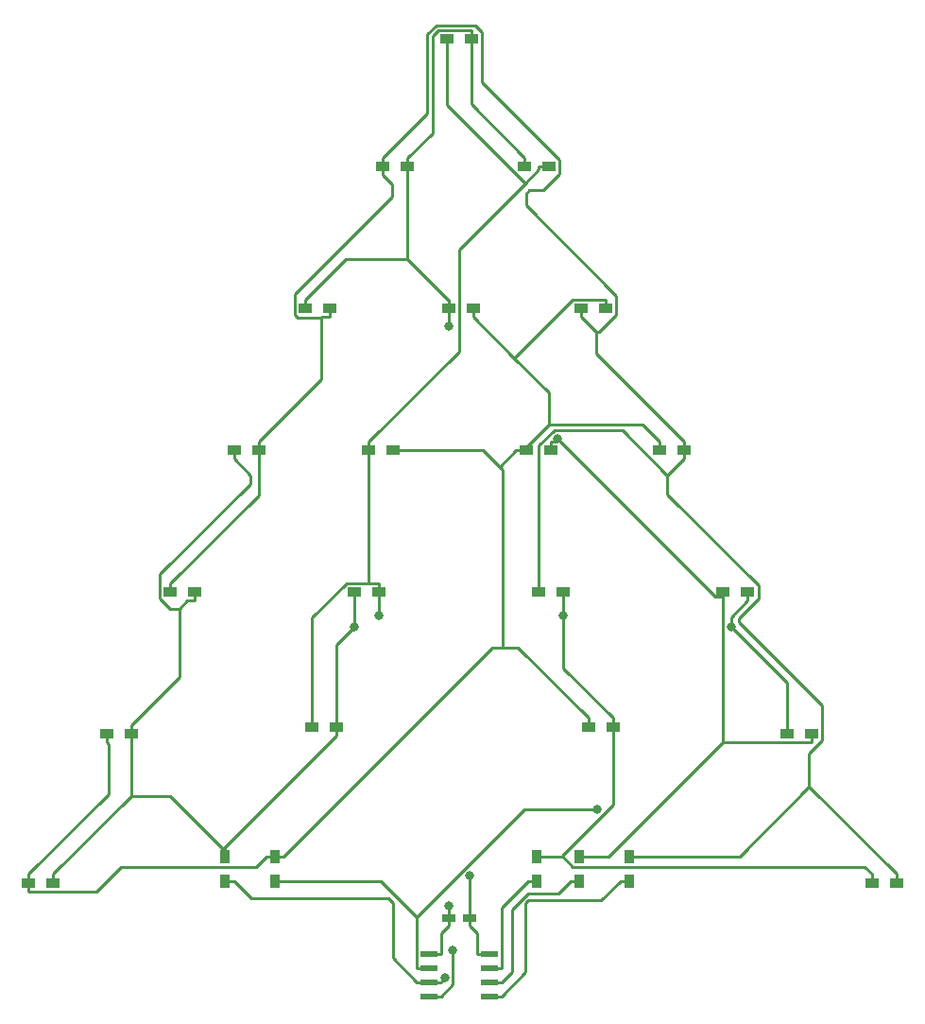
<source format=gbr>
G04 #@! TF.GenerationSoftware,KiCad,Pcbnew,5.0.1-33cea8e~68~ubuntu18.04.1*
G04 #@! TF.CreationDate,2018-11-21T15:29:58-05:00*
G04 #@! TF.ProjectId,Christmas_2018,4368726973746D61735F323031382E6B,A1*
G04 #@! TF.SameCoordinates,Original*
G04 #@! TF.FileFunction,Copper,L1,Top,Signal*
G04 #@! TF.FilePolarity,Positive*
%FSLAX46Y46*%
G04 Gerber Fmt 4.6, Leading zero omitted, Abs format (unit mm)*
G04 Created by KiCad (PCBNEW 5.0.1-33cea8e~68~ubuntu18.04.1) date Wed 21 Nov 2018 03:29:58 PM EST*
%MOMM*%
%LPD*%
G01*
G04 APERTURE LIST*
G04 #@! TA.AperFunction,SMDPad,CuDef*
%ADD10R,1.200000X0.750000*%
G04 #@! TD*
G04 #@! TA.AperFunction,SMDPad,CuDef*
%ADD11R,1.200000X0.900000*%
G04 #@! TD*
G04 #@! TA.AperFunction,SMDPad,CuDef*
%ADD12R,0.900000X1.200000*%
G04 #@! TD*
G04 #@! TA.AperFunction,SMDPad,CuDef*
%ADD13R,1.550000X0.600000*%
G04 #@! TD*
G04 #@! TA.AperFunction,ViaPad*
%ADD14C,0.800000*%
G04 #@! TD*
G04 #@! TA.AperFunction,Conductor*
%ADD15C,0.250000*%
G04 #@! TD*
G04 APERTURE END LIST*
D10*
G04 #@! TO.P,C1,2*
G04 #@! TO.N,GND*
X134300000Y-121920000D03*
G04 #@! TO.P,C1,1*
G04 #@! TO.N,VCC*
X132400000Y-121920000D03*
G04 #@! TD*
D11*
G04 #@! TO.P,D1,1*
G04 #@! TO.N,Net-(D1-Pad1)*
X96985000Y-118745000D03*
G04 #@! TO.P,D1,2*
G04 #@! TO.N,Net-(D1-Pad2)*
X94785000Y-118745000D03*
G04 #@! TD*
G04 #@! TO.P,D2,2*
G04 #@! TO.N,Net-(D1-Pad1)*
X103970000Y-105410000D03*
G04 #@! TO.P,D2,1*
G04 #@! TO.N,Net-(D1-Pad2)*
X101770000Y-105410000D03*
G04 #@! TD*
G04 #@! TO.P,D3,2*
G04 #@! TO.N,Net-(D1-Pad1)*
X109685000Y-92710000D03*
G04 #@! TO.P,D3,1*
G04 #@! TO.N,Net-(D10-Pad2)*
X107485000Y-92710000D03*
G04 #@! TD*
G04 #@! TO.P,D4,1*
G04 #@! TO.N,Net-(D1-Pad1)*
X113200000Y-80010000D03*
G04 #@! TO.P,D4,2*
G04 #@! TO.N,Net-(D10-Pad2)*
X115400000Y-80010000D03*
G04 #@! TD*
G04 #@! TO.P,D5,2*
G04 #@! TO.N,Net-(D10-Pad2)*
X121750000Y-67310000D03*
G04 #@! TO.P,D5,1*
G04 #@! TO.N,Net-(D11-Pad1)*
X119550000Y-67310000D03*
G04 #@! TD*
G04 #@! TO.P,D6,1*
G04 #@! TO.N,Net-(D10-Pad2)*
X126535000Y-54610000D03*
G04 #@! TO.P,D6,2*
G04 #@! TO.N,Net-(D11-Pad1)*
X128735000Y-54610000D03*
G04 #@! TD*
G04 #@! TO.P,D7,1*
G04 #@! TO.N,Net-(D13-Pad1)*
X132250000Y-43180000D03*
G04 #@! TO.P,D7,2*
G04 #@! TO.N,Net-(D11-Pad1)*
X134450000Y-43180000D03*
G04 #@! TD*
G04 #@! TO.P,D8,2*
G04 #@! TO.N,Net-(D13-Pad1)*
X141435000Y-54610000D03*
G04 #@! TO.P,D8,1*
G04 #@! TO.N,Net-(D11-Pad1)*
X139235000Y-54610000D03*
G04 #@! TD*
G04 #@! TO.P,D9,2*
G04 #@! TO.N,Net-(D1-Pad2)*
X146515000Y-67310000D03*
G04 #@! TO.P,D9,1*
G04 #@! TO.N,Net-(D10-Pad2)*
X144315000Y-67310000D03*
G04 #@! TD*
G04 #@! TO.P,D10,1*
G04 #@! TO.N,Net-(D1-Pad2)*
X151300000Y-80010000D03*
G04 #@! TO.P,D10,2*
G04 #@! TO.N,Net-(D10-Pad2)*
X153500000Y-80010000D03*
G04 #@! TD*
G04 #@! TO.P,D11,2*
G04 #@! TO.N,Net-(D1-Pad1)*
X159215000Y-92710000D03*
G04 #@! TO.P,D11,1*
G04 #@! TO.N,Net-(D11-Pad1)*
X157015000Y-92710000D03*
G04 #@! TD*
G04 #@! TO.P,D12,1*
G04 #@! TO.N,Net-(D1-Pad1)*
X162730000Y-105410000D03*
G04 #@! TO.P,D12,2*
G04 #@! TO.N,Net-(D11-Pad1)*
X164930000Y-105410000D03*
G04 #@! TD*
G04 #@! TO.P,D13,2*
G04 #@! TO.N,Net-(D10-Pad2)*
X172550000Y-118745000D03*
G04 #@! TO.P,D13,1*
G04 #@! TO.N,Net-(D13-Pad1)*
X170350000Y-118745000D03*
G04 #@! TD*
G04 #@! TO.P,D14,1*
G04 #@! TO.N,Net-(D10-Pad2)*
X140505000Y-92710000D03*
G04 #@! TO.P,D14,2*
G04 #@! TO.N,Net-(D13-Pad1)*
X142705000Y-92710000D03*
G04 #@! TD*
G04 #@! TO.P,D15,2*
G04 #@! TO.N,Net-(D1-Pad2)*
X134620000Y-67310000D03*
G04 #@! TO.P,D15,1*
G04 #@! TO.N,Net-(D11-Pad1)*
X132420000Y-67310000D03*
G04 #@! TD*
G04 #@! TO.P,D16,1*
G04 #@! TO.N,Net-(D1-Pad2)*
X139405000Y-80010000D03*
G04 #@! TO.P,D16,2*
G04 #@! TO.N,Net-(D11-Pad1)*
X141605000Y-80010000D03*
G04 #@! TD*
G04 #@! TO.P,D17,2*
G04 #@! TO.N,Net-(D1-Pad1)*
X122385000Y-104775000D03*
G04 #@! TO.P,D17,1*
G04 #@! TO.N,Net-(D13-Pad1)*
X120185000Y-104775000D03*
G04 #@! TD*
G04 #@! TO.P,D18,1*
G04 #@! TO.N,Net-(D1-Pad1)*
X123995000Y-92710000D03*
G04 #@! TO.P,D18,2*
G04 #@! TO.N,Net-(D13-Pad1)*
X126195000Y-92710000D03*
G04 #@! TD*
G04 #@! TO.P,D19,2*
G04 #@! TO.N,Net-(D1-Pad2)*
X127465000Y-80010000D03*
G04 #@! TO.P,D19,1*
G04 #@! TO.N,Net-(D13-Pad1)*
X125265000Y-80010000D03*
G04 #@! TD*
G04 #@! TO.P,D20,1*
G04 #@! TO.N,Net-(D1-Pad2)*
X144950000Y-104775000D03*
G04 #@! TO.P,D20,2*
G04 #@! TO.N,Net-(D13-Pad1)*
X147150000Y-104775000D03*
G04 #@! TD*
D12*
G04 #@! TO.P,R1,2*
G04 #@! TO.N,/PA0*
X116840000Y-118575000D03*
G04 #@! TO.P,R1,1*
G04 #@! TO.N,Net-(D1-Pad2)*
X116840000Y-116375000D03*
G04 #@! TD*
G04 #@! TO.P,R2,1*
G04 #@! TO.N,Net-(D1-Pad1)*
X112395000Y-116375000D03*
G04 #@! TO.P,R2,2*
G04 #@! TO.N,/PA1*
X112395000Y-118575000D03*
G04 #@! TD*
G04 #@! TO.P,R3,2*
G04 #@! TO.N,/PB1*
X148590000Y-118575000D03*
G04 #@! TO.P,R3,1*
G04 #@! TO.N,Net-(D10-Pad2)*
X148590000Y-116375000D03*
G04 #@! TD*
G04 #@! TO.P,R4,1*
G04 #@! TO.N,Net-(D11-Pad1)*
X144145000Y-116375000D03*
G04 #@! TO.P,R4,2*
G04 #@! TO.N,/PB2*
X144145000Y-118575000D03*
G04 #@! TD*
G04 #@! TO.P,R5,2*
G04 #@! TO.N,/PB3*
X140335000Y-118575000D03*
G04 #@! TO.P,R5,1*
G04 #@! TO.N,Net-(D13-Pad1)*
X140335000Y-116375000D03*
G04 #@! TD*
D13*
G04 #@! TO.P,U1,8*
G04 #@! TO.N,GND*
X136050000Y-125095000D03*
G04 #@! TO.P,U1,7*
G04 #@! TO.N,/PB3*
X136050000Y-126365000D03*
G04 #@! TO.P,U1,6*
G04 #@! TO.N,/PB2*
X136050000Y-127635000D03*
G04 #@! TO.P,U1,5*
G04 #@! TO.N,/PB1*
X136050000Y-128905000D03*
G04 #@! TO.P,U1,4*
G04 #@! TO.N,/RST*
X130650000Y-128905000D03*
G04 #@! TO.P,U1,3*
G04 #@! TO.N,/PA1*
X130650000Y-127635000D03*
G04 #@! TO.P,U1,2*
G04 #@! TO.N,/PA0*
X130650000Y-126365000D03*
G04 #@! TO.P,U1,1*
G04 #@! TO.N,VCC*
X130650000Y-125095000D03*
G04 #@! TD*
D14*
G04 #@! TO.N,VCC*
X132400000Y-120819700D03*
G04 #@! TO.N,GND*
X134300000Y-118119100D03*
G04 #@! TO.N,Net-(D1-Pad1)*
X157708800Y-95843300D03*
X123995000Y-95843300D03*
G04 #@! TO.N,Net-(D11-Pad1)*
X142173300Y-78947600D03*
X132420000Y-68937200D03*
G04 #@! TO.N,Net-(D13-Pad1)*
X126195000Y-94803800D03*
X142705000Y-94803800D03*
G04 #@! TO.N,/RST*
X132794100Y-124776400D03*
G04 #@! TO.N,/PA1*
X132064300Y-127257000D03*
G04 #@! TO.N,/PA0*
X145715500Y-112176000D03*
G04 #@! TD*
D15*
G04 #@! TO.N,VCC*
X132400000Y-122620300D02*
X131750300Y-123270000D01*
X131750300Y-123270000D02*
X131750300Y-125095000D01*
X132400000Y-121920000D02*
X132400000Y-122620300D01*
X130650000Y-125095000D02*
X131750300Y-125095000D01*
X132400000Y-121920000D02*
X132400000Y-120819700D01*
G04 #@! TO.N,GND*
X134300000Y-121920000D02*
X134300000Y-122620300D01*
X136050000Y-125095000D02*
X134949700Y-125095000D01*
X134949700Y-125095000D02*
X134949700Y-123270000D01*
X134949700Y-123270000D02*
X134300000Y-122620300D01*
X134300000Y-121920000D02*
X134300000Y-118119100D01*
G04 #@! TO.N,Net-(D1-Pad1)*
X103970000Y-110984700D02*
X96985000Y-117969700D01*
X103970000Y-106185300D02*
X103970000Y-110984700D01*
X112395000Y-115912300D02*
X107467400Y-110984700D01*
X107467400Y-110984700D02*
X103970000Y-110984700D01*
X96985000Y-118745000D02*
X96985000Y-117969700D01*
X103970000Y-105410000D02*
X103970000Y-106185300D01*
X112395000Y-115912300D02*
X112395000Y-115449700D01*
X112395000Y-116375000D02*
X112395000Y-115912300D01*
X122385000Y-104775000D02*
X122385000Y-97453300D01*
X122385000Y-97453300D02*
X123995000Y-95843300D01*
X123995000Y-93372700D02*
X123995000Y-95843300D01*
X157708800Y-95843300D02*
X162730000Y-100864500D01*
X162730000Y-100864500D02*
X162730000Y-104634700D01*
X157708800Y-95843300D02*
X157708800Y-94991500D01*
X157708800Y-94991500D02*
X159215000Y-93485300D01*
X123995000Y-92710000D02*
X123995000Y-93372700D01*
X162730000Y-105410000D02*
X162730000Y-104634700D01*
X159215000Y-92710000D02*
X159215000Y-93485300D01*
X112395000Y-115449700D02*
X112485600Y-115449700D01*
X112485600Y-115449700D02*
X122385000Y-105550300D01*
X122385000Y-104775000D02*
X122385000Y-105550300D01*
X109685000Y-92710000D02*
X109685000Y-93485300D01*
X108289400Y-94200000D02*
X107452100Y-94200000D01*
X107452100Y-94200000D02*
X106559600Y-93307500D01*
X106559600Y-93307500D02*
X106559600Y-91115300D01*
X106559600Y-91115300D02*
X114662700Y-83012200D01*
X114662700Y-83012200D02*
X114662700Y-82248000D01*
X114662700Y-82248000D02*
X113200000Y-80785300D01*
X109685000Y-93485300D02*
X109004100Y-93485300D01*
X109004100Y-93485300D02*
X108289400Y-94200000D01*
X103970000Y-104634700D02*
X108289400Y-100315300D01*
X108289400Y-100315300D02*
X108289400Y-94200000D01*
X113200000Y-80010000D02*
X113200000Y-80785300D01*
X103970000Y-105410000D02*
X103970000Y-104634700D01*
G04 #@! TO.N,Net-(D1-Pad2)*
X94785000Y-118745000D02*
X94785000Y-119520300D01*
X116840000Y-116375000D02*
X116064700Y-116375000D01*
X116064700Y-116375000D02*
X115139300Y-117300400D01*
X115139300Y-117300400D02*
X103068100Y-117300400D01*
X103068100Y-117300400D02*
X100848200Y-119520300D01*
X100848200Y-119520300D02*
X94785000Y-119520300D01*
X117227700Y-116375000D02*
X116840000Y-116375000D01*
X101770000Y-106185300D02*
X101951500Y-106366800D01*
X101951500Y-106366800D02*
X101951500Y-110803200D01*
X101951500Y-110803200D02*
X94785000Y-117969700D01*
X117227700Y-116375000D02*
X117615300Y-116375000D01*
X138290000Y-71755300D02*
X134620000Y-68085300D01*
X141403600Y-77743100D02*
X141403600Y-74868900D01*
X141403600Y-74868900D02*
X138290000Y-71755300D01*
X138290000Y-71755300D02*
X143510600Y-66534700D01*
X143510600Y-66534700D02*
X146515000Y-66534700D01*
X146515000Y-67310000D02*
X146515000Y-66534700D01*
X141403600Y-77743100D02*
X139136700Y-80010000D01*
X151300000Y-79234700D02*
X149808400Y-77743100D01*
X149808400Y-77743100D02*
X141403600Y-77743100D01*
X134620000Y-67310000D02*
X134620000Y-68085300D01*
X139136700Y-80010000D02*
X138479700Y-80010000D01*
X139405000Y-80010000D02*
X139136700Y-80010000D01*
X151300000Y-80010000D02*
X151300000Y-79234700D01*
X136978100Y-81511600D02*
X137267100Y-81800600D01*
X137267100Y-81800600D02*
X137267100Y-97676000D01*
X127465000Y-80010000D02*
X135476500Y-80010000D01*
X135476500Y-80010000D02*
X136978100Y-81511600D01*
X138479700Y-80010000D02*
X136978100Y-81511600D01*
X137267100Y-97676000D02*
X138626300Y-97676000D01*
X138626300Y-97676000D02*
X144950000Y-103999700D01*
X117615300Y-116375000D02*
X136314300Y-97676000D01*
X136314300Y-97676000D02*
X137267100Y-97676000D01*
X144950000Y-104775000D02*
X144950000Y-103999700D01*
X101770000Y-105410000D02*
X101770000Y-106185300D01*
X94785000Y-118745000D02*
X94785000Y-117969700D01*
G04 #@! TO.N,Net-(D10-Pad2)*
X148590000Y-116375000D02*
X158483700Y-116375000D01*
X158483700Y-116375000D02*
X164719500Y-110139200D01*
X153500000Y-80010000D02*
X153500000Y-80785300D01*
X152014700Y-82241400D02*
X153470800Y-80785300D01*
X153470800Y-80785300D02*
X153500000Y-80785300D01*
X152014700Y-82241400D02*
X147966700Y-78193400D01*
X147966700Y-78193400D02*
X141875200Y-78193400D01*
X141875200Y-78193400D02*
X140505000Y-79563600D01*
X140505000Y-79563600D02*
X140505000Y-92710000D01*
X164719500Y-110139200D02*
X164719500Y-107149500D01*
X164719500Y-107149500D02*
X165855400Y-106013600D01*
X165855400Y-106013600D02*
X165855400Y-102829700D01*
X165855400Y-102829700D02*
X158402600Y-95376900D01*
X158402600Y-95376900D02*
X158402600Y-95040100D01*
X158402600Y-95040100D02*
X160166000Y-93276700D01*
X160166000Y-93276700D02*
X160166000Y-92136000D01*
X160166000Y-92136000D02*
X152014700Y-83984700D01*
X152014700Y-83984700D02*
X152014700Y-82241400D01*
X172550000Y-117969700D02*
X164719500Y-110139200D01*
X145668100Y-69438400D02*
X144315000Y-68085300D01*
X153500000Y-79234700D02*
X145668100Y-71402800D01*
X145668100Y-71402800D02*
X145668100Y-69438400D01*
X145668100Y-69438400D02*
X145911600Y-69438400D01*
X145911600Y-69438400D02*
X147440400Y-67909600D01*
X147440400Y-67909600D02*
X147440400Y-66187000D01*
X147440400Y-66187000D02*
X139328300Y-58074900D01*
X139328300Y-58074900D02*
X139328300Y-57018600D01*
X139328300Y-57018600D02*
X139651800Y-56695100D01*
X139651800Y-56695100D02*
X140934700Y-56695100D01*
X140934700Y-56695100D02*
X142360400Y-55269400D01*
X142360400Y-55269400D02*
X142360400Y-54009400D01*
X142360400Y-54009400D02*
X135375400Y-47024400D01*
X135375400Y-47024400D02*
X135375400Y-42533300D01*
X135375400Y-42533300D02*
X134789800Y-41947700D01*
X134789800Y-41947700D02*
X131289100Y-41947700D01*
X131289100Y-41947700D02*
X130510300Y-42726500D01*
X130510300Y-42726500D02*
X130510300Y-49859400D01*
X130510300Y-49859400D02*
X126535000Y-53834700D01*
X126535000Y-54610000D02*
X126535000Y-53834700D01*
X144315000Y-67310000D02*
X144315000Y-68085300D01*
X121028500Y-68134600D02*
X121028500Y-73606200D01*
X121028500Y-73606200D02*
X115400000Y-79234700D01*
X153500000Y-80010000D02*
X153500000Y-79234700D01*
X121750000Y-67310000D02*
X121750000Y-68085300D01*
X172550000Y-118745000D02*
X172550000Y-117969700D01*
X121028500Y-68134600D02*
X118864200Y-68134600D01*
X118864200Y-68134600D02*
X118624600Y-67895000D01*
X118624600Y-67895000D02*
X118624600Y-65999600D01*
X118624600Y-65999600D02*
X127356500Y-57267700D01*
X127356500Y-57267700D02*
X127356500Y-56206800D01*
X127356500Y-56206800D02*
X126535000Y-55385300D01*
X121750000Y-68085300D02*
X121077800Y-68085300D01*
X121077800Y-68085300D02*
X121028500Y-68134600D01*
X126535000Y-54610000D02*
X126535000Y-55385300D01*
X115400000Y-80010000D02*
X115400000Y-79234700D01*
X107485000Y-92710000D02*
X107485000Y-91934700D01*
X107485000Y-91934700D02*
X115400000Y-84019700D01*
X115400000Y-84019700D02*
X115400000Y-80010000D01*
G04 #@! TO.N,Net-(D11-Pad1)*
X157015000Y-93097600D02*
X156323300Y-93097600D01*
X156323300Y-93097600D02*
X142173300Y-78947600D01*
X157015000Y-93097600D02*
X157015000Y-93485300D01*
X157015000Y-92710000D02*
X157015000Y-93097600D01*
X132420000Y-67310000D02*
X132420000Y-68937200D01*
X156983500Y-106153800D02*
X157015000Y-106185300D01*
X157015000Y-106185300D02*
X164930000Y-106185300D01*
X157015000Y-93485300D02*
X156983500Y-93516800D01*
X156983500Y-93516800D02*
X156983500Y-106153800D01*
X144920300Y-116375000D02*
X146762300Y-116375000D01*
X146762300Y-116375000D02*
X156983500Y-106153800D01*
X128735000Y-53834700D02*
X130960700Y-51609000D01*
X130960700Y-51609000D02*
X130960700Y-42945400D01*
X130960700Y-42945400D02*
X131501400Y-42404700D01*
X131501400Y-42404700D02*
X134450000Y-42404700D01*
X141605000Y-80010000D02*
X141605000Y-79234700D01*
X142173300Y-78947600D02*
X141886200Y-79234700D01*
X141886200Y-79234700D02*
X141605000Y-79234700D01*
X164930000Y-105410000D02*
X164930000Y-106185300D01*
X144145000Y-116375000D02*
X144920300Y-116375000D01*
X132420000Y-67310000D02*
X132420000Y-66534700D01*
X128735000Y-62915100D02*
X123169600Y-62915100D01*
X123169600Y-62915100D02*
X119550000Y-66534700D01*
X132420000Y-66534700D02*
X132354600Y-66534700D01*
X132354600Y-66534700D02*
X128735000Y-62915100D01*
X128735000Y-62915100D02*
X128735000Y-55385300D01*
X119550000Y-67310000D02*
X119550000Y-66534700D01*
X128735000Y-54610000D02*
X128735000Y-55385300D01*
X134450000Y-43180000D02*
X134450000Y-49049700D01*
X134450000Y-49049700D02*
X139235000Y-53834700D01*
X134450000Y-43180000D02*
X134450000Y-42404700D01*
X128735000Y-54610000D02*
X128735000Y-53834700D01*
X139235000Y-54610000D02*
X139235000Y-53834700D01*
G04 #@! TO.N,Net-(D13-Pad1)*
X126195000Y-92710000D02*
X126195000Y-91934700D01*
X125265000Y-91905500D02*
X123246000Y-91905500D01*
X123246000Y-91905500D02*
X120185000Y-94966500D01*
X120185000Y-94966500D02*
X120185000Y-104775000D01*
X126195000Y-91934700D02*
X125294200Y-91934700D01*
X125294200Y-91934700D02*
X125265000Y-91905500D01*
X125265000Y-91905500D02*
X125265000Y-80785300D01*
X125265000Y-80010000D02*
X125265000Y-80785300D01*
X126195000Y-93097600D02*
X126195000Y-92710000D01*
X139251500Y-56137100D02*
X132250000Y-49135600D01*
X132250000Y-49135600D02*
X132250000Y-43180000D01*
X125265000Y-79234700D02*
X133345400Y-71154300D01*
X133345400Y-71154300D02*
X133345400Y-62043200D01*
X133345400Y-62043200D02*
X139251500Y-56137100D01*
X140509700Y-54610000D02*
X140509700Y-54878900D01*
X140509700Y-54878900D02*
X139251500Y-56137100D01*
X141435000Y-54610000D02*
X140509700Y-54610000D01*
X125265000Y-80010000D02*
X125265000Y-79234700D01*
X142591200Y-116336300D02*
X142552500Y-116375000D01*
X142552500Y-116375000D02*
X141110300Y-116375000D01*
X147150000Y-105550300D02*
X147150000Y-111777500D01*
X147150000Y-111777500D02*
X142591200Y-116336300D01*
X142591200Y-116336300D02*
X143555300Y-117300400D01*
X143555300Y-117300400D02*
X169680700Y-117300400D01*
X169680700Y-117300400D02*
X170350000Y-117969700D01*
X126195000Y-93485300D02*
X126195000Y-94803800D01*
X170350000Y-118745000D02*
X170350000Y-117969700D01*
X147150000Y-104775000D02*
X147150000Y-105550300D01*
X140335000Y-116375000D02*
X141110300Y-116375000D01*
X147150000Y-104387300D02*
X147150000Y-104775000D01*
X126195000Y-93097600D02*
X126195000Y-93485300D01*
X142705000Y-94803800D02*
X142705000Y-99554700D01*
X142705000Y-99554700D02*
X147150000Y-103999700D01*
X142705000Y-93372700D02*
X142705000Y-94803800D01*
X147150000Y-104387300D02*
X147150000Y-103999700D01*
X142705000Y-92710000D02*
X142705000Y-93372700D01*
G04 #@! TO.N,/RST*
X130650000Y-128905000D02*
X131750300Y-128905000D01*
X131750300Y-128905000D02*
X132794100Y-127861200D01*
X132794100Y-127861200D02*
X132794100Y-124776400D01*
G04 #@! TO.N,/PA1*
X130650000Y-127635000D02*
X131750300Y-127635000D01*
X131750300Y-127635000D02*
X131750300Y-127571000D01*
X131750300Y-127571000D02*
X132064300Y-127257000D01*
X130575700Y-127635000D02*
X130650000Y-127635000D01*
X130575700Y-127635000D02*
X129549700Y-127635000D01*
X112395000Y-118575000D02*
X113170300Y-118575000D01*
X129549700Y-127635000D02*
X127394500Y-125479800D01*
X127394500Y-125479800D02*
X127394500Y-120539900D01*
X127394500Y-120539900D02*
X126982900Y-120128300D01*
X126982900Y-120128300D02*
X114723600Y-120128300D01*
X114723600Y-120128300D02*
X113170300Y-118575000D01*
G04 #@! TO.N,/PA0*
X129549700Y-121818900D02*
X139192600Y-112176000D01*
X139192600Y-112176000D02*
X145715500Y-112176000D01*
X129549700Y-126365000D02*
X129549700Y-121818900D01*
X129549700Y-121818900D02*
X126305800Y-118575000D01*
X126305800Y-118575000D02*
X116840000Y-118575000D01*
X130650000Y-126365000D02*
X129549700Y-126365000D01*
G04 #@! TO.N,/PB1*
X148590000Y-118575000D02*
X147814700Y-118575000D01*
X136050000Y-128905000D02*
X137150300Y-128905000D01*
X137150300Y-128905000D02*
X139287600Y-126767700D01*
X139287600Y-126767700D02*
X139287600Y-120569300D01*
X139287600Y-120569300D02*
X139542300Y-120314600D01*
X139542300Y-120314600D02*
X146075100Y-120314600D01*
X146075100Y-120314600D02*
X147814700Y-118575000D01*
G04 #@! TO.N,/PB2*
X144145000Y-118575000D02*
X143369700Y-118575000D01*
X136050000Y-127635000D02*
X137150300Y-127635000D01*
X137150300Y-127635000D02*
X138059700Y-126725600D01*
X138059700Y-126725600D02*
X138059700Y-121145800D01*
X138059700Y-121145800D02*
X139521800Y-119683700D01*
X139521800Y-119683700D02*
X142261000Y-119683700D01*
X142261000Y-119683700D02*
X143369700Y-118575000D01*
G04 #@! TO.N,/PB3*
X140335000Y-118575000D02*
X139559700Y-118575000D01*
X136050000Y-126365000D02*
X137150300Y-126365000D01*
X137150300Y-126365000D02*
X137150300Y-120984400D01*
X137150300Y-120984400D02*
X139559700Y-118575000D01*
G04 #@! TD*
M02*

</source>
